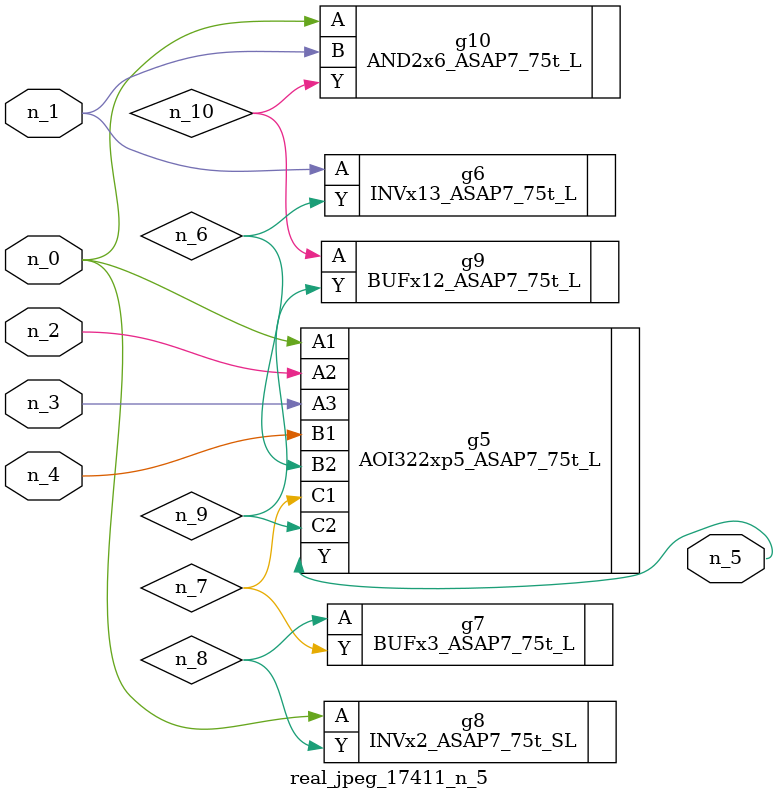
<source format=v>
module real_jpeg_17411_n_5 (n_4, n_0, n_1, n_2, n_3, n_5);

input n_4;
input n_0;
input n_1;
input n_2;
input n_3;

output n_5;

wire n_8;
wire n_6;
wire n_7;
wire n_10;
wire n_9;

AOI322xp5_ASAP7_75t_L g5 ( 
.A1(n_0),
.A2(n_2),
.A3(n_3),
.B1(n_4),
.B2(n_6),
.C1(n_7),
.C2(n_9),
.Y(n_5)
);

INVx2_ASAP7_75t_SL g8 ( 
.A(n_0),
.Y(n_8)
);

AND2x6_ASAP7_75t_L g10 ( 
.A(n_0),
.B(n_1),
.Y(n_10)
);

INVx13_ASAP7_75t_L g6 ( 
.A(n_1),
.Y(n_6)
);

BUFx3_ASAP7_75t_L g7 ( 
.A(n_8),
.Y(n_7)
);

BUFx12_ASAP7_75t_L g9 ( 
.A(n_10),
.Y(n_9)
);


endmodule
</source>
